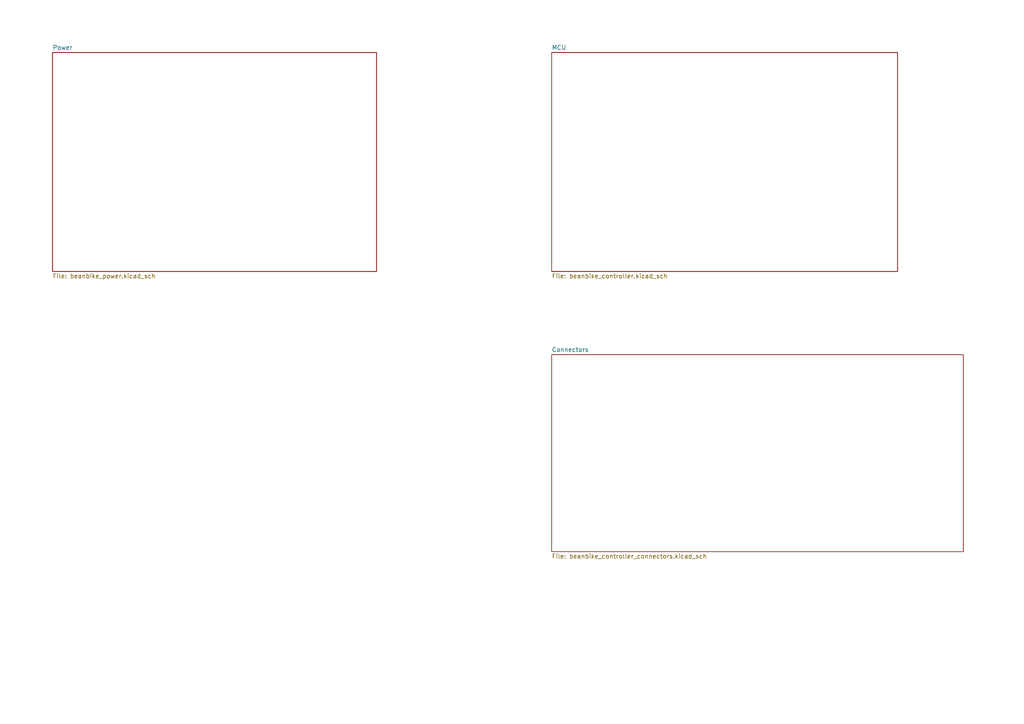
<source format=kicad_sch>
(kicad_sch
	(version 20250114)
	(generator "eeschema")
	(generator_version "9.0")
	(uuid "645e8d68-d9e1-48b3-98a5-3b81aa58d1ea")
	(paper "A4")
	(title_block
		(title "BeanBike Controller")
		(date "2025-10-08")
		(rev "1")
		(company "Ginobeano")
	)
	(lib_symbols)
	(sheet
		(at 160.02 102.87)
		(size 119.38 57.15)
		(exclude_from_sim no)
		(in_bom yes)
		(on_board yes)
		(dnp no)
		(fields_autoplaced yes)
		(stroke
			(width 0.1524)
			(type solid)
		)
		(fill
			(color 0 0 0 0.0000)
		)
		(uuid "2c1bff84-81c5-435a-a8af-2b7800a2d1fe")
		(property "Sheetname" "Connectors"
			(at 160.02 102.1584 0)
			(effects
				(font
					(size 1.27 1.27)
				)
				(justify left bottom)
			)
		)
		(property "Sheetfile" "beanbike_controller_connectors.kicad_sch"
			(at 160.02 160.6046 0)
			(effects
				(font
					(size 1.27 1.27)
				)
				(justify left top)
			)
		)
		(instances
			(project "Controller"
				(path "/645e8d68-d9e1-48b3-98a5-3b81aa58d1ea"
					(page "4")
				)
			)
		)
	)
	(sheet
		(at 160.02 15.24)
		(size 100.33 63.5)
		(exclude_from_sim no)
		(in_bom yes)
		(on_board yes)
		(dnp no)
		(fields_autoplaced yes)
		(stroke
			(width 0.1524)
			(type solid)
		)
		(fill
			(color 0 0 0 0.0000)
		)
		(uuid "cb65d884-b6c2-4fce-b3da-979d2720e5cc")
		(property "Sheetname" "MCU"
			(at 160.02 14.5284 0)
			(effects
				(font
					(size 1.27 1.27)
				)
				(justify left bottom)
			)
		)
		(property "Sheetfile" "beanbike_controller.kicad_sch"
			(at 160.02 79.3246 0)
			(effects
				(font
					(size 1.27 1.27)
				)
				(justify left top)
			)
		)
		(instances
			(project "Controller"
				(path "/645e8d68-d9e1-48b3-98a5-3b81aa58d1ea"
					(page "3")
				)
			)
		)
	)
	(sheet
		(at 15.24 15.24)
		(size 93.98 63.5)
		(exclude_from_sim no)
		(in_bom yes)
		(on_board yes)
		(dnp no)
		(fields_autoplaced yes)
		(stroke
			(width 0.1524)
			(type solid)
		)
		(fill
			(color 0 0 0 0.0000)
		)
		(uuid "ceef88aa-c829-4630-8455-6c437ac60286")
		(property "Sheetname" "Power"
			(at 15.24 14.5284 0)
			(effects
				(font
					(size 1.27 1.27)
				)
				(justify left bottom)
			)
		)
		(property "Sheetfile" "beanbike_power.kicad_sch"
			(at 15.24 79.3246 0)
			(effects
				(font
					(size 1.27 1.27)
				)
				(justify left top)
			)
		)
		(instances
			(project "Controller"
				(path "/645e8d68-d9e1-48b3-98a5-3b81aa58d1ea"
					(page "2")
				)
			)
		)
	)
	(sheet_instances
		(path "/"
			(page "1")
		)
	)
	(embedded_fonts no)
)

</source>
